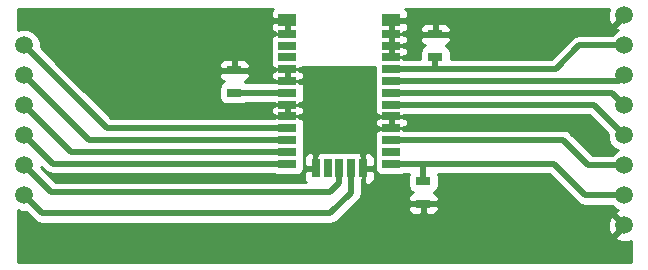
<source format=gtl>
G04 #@! TF.FileFunction,Copper,L1,Top,Signal*
%FSLAX46Y46*%
G04 Gerber Fmt 4.6, Leading zero omitted, Abs format (unit mm)*
G04 Created by KiCad (PCBNEW 4.0.7) date 01/22/18 17:36:01*
%MOMM*%
%LPD*%
G01*
G04 APERTURE LIST*
%ADD10C,0.100000*%
%ADD11R,1.297940X0.698500*%
%ADD12C,1.506220*%
%ADD13R,1.500000X0.700000*%
%ADD14R,1.500000X1.000000*%
%ADD15R,0.700000X1.500000*%
%ADD16C,0.500000*%
%ADD17C,0.254000*%
G04 APERTURE END LIST*
D10*
D11*
X156718000Y-103819960D03*
X156718000Y-101920040D03*
X155702000Y-114366040D03*
X155702000Y-116265960D03*
D12*
X121920000Y-102870000D03*
X121920000Y-105410000D03*
X121920000Y-107950000D03*
X121920000Y-110490000D03*
X121920000Y-113030000D03*
X121920000Y-115570000D03*
D11*
X139700000Y-106867960D03*
X139700000Y-104968040D03*
D13*
X152990000Y-112880000D03*
X152990000Y-111880000D03*
X152990000Y-110880000D03*
X152990000Y-109880000D03*
X152990000Y-108880000D03*
X152990000Y-107880000D03*
X152990000Y-106880000D03*
X152990000Y-105880000D03*
X152990000Y-104880000D03*
X152990000Y-103880000D03*
X152990000Y-102880000D03*
X152990000Y-101880000D03*
D14*
X152990000Y-100730000D03*
X144190000Y-100730000D03*
D13*
X144190000Y-101880000D03*
X144190000Y-102880000D03*
X144190000Y-103880000D03*
X144190000Y-104880000D03*
X144190000Y-105880000D03*
X144190000Y-106880000D03*
X144190000Y-107880000D03*
X144190000Y-108880000D03*
X144190000Y-109880000D03*
X144190000Y-110880000D03*
X144190000Y-111880000D03*
X144190000Y-112880000D03*
D15*
X146590000Y-113280000D03*
X147590000Y-113280000D03*
X148590000Y-113280000D03*
X149590000Y-113280000D03*
X150590000Y-113280000D03*
D12*
X172720000Y-100330000D03*
X172720000Y-102870000D03*
X172720000Y-105410000D03*
X172720000Y-107950000D03*
X172720000Y-110490000D03*
X172720000Y-113030000D03*
X172720000Y-115570000D03*
X172720000Y-118110000D03*
D16*
X156718000Y-103819960D02*
X156718000Y-104880000D01*
X156718000Y-104880000D02*
X156718000Y-104902000D01*
X156718000Y-104902000D02*
X156718000Y-104880000D01*
X152990000Y-104880000D02*
X156718000Y-104880000D01*
X156718000Y-104880000D02*
X166900000Y-104880000D01*
X168910000Y-102870000D02*
X172720000Y-102870000D01*
X166900000Y-104880000D02*
X168910000Y-102870000D01*
X155702000Y-114366040D02*
X155702000Y-112880000D01*
X155702000Y-112880000D02*
X155702000Y-113030000D01*
X155702000Y-113030000D02*
X155702000Y-112880000D01*
X172720000Y-115570000D02*
X169418000Y-115570000D01*
X166728000Y-112880000D02*
X155702000Y-112880000D01*
X155702000Y-112880000D02*
X152990000Y-112880000D01*
X169418000Y-115570000D02*
X166728000Y-112880000D01*
X144190000Y-111880000D02*
X125850000Y-111880000D01*
X125850000Y-111880000D02*
X121920000Y-107950000D01*
X144190000Y-112880000D02*
X124310000Y-112880000D01*
X124310000Y-112880000D02*
X121920000Y-110490000D01*
X152990000Y-107880000D02*
X170110000Y-107880000D01*
X170110000Y-107880000D02*
X172720000Y-110490000D01*
X152990000Y-110880000D02*
X167522000Y-110880000D01*
X169672000Y-113030000D02*
X172720000Y-113030000D01*
X167522000Y-110880000D02*
X169672000Y-113030000D01*
X144190000Y-109880000D02*
X128930000Y-109880000D01*
X128930000Y-109880000D02*
X121920000Y-102870000D01*
X144190000Y-110880000D02*
X127390000Y-110880000D01*
X127390000Y-110880000D02*
X121920000Y-105410000D01*
X149590000Y-113280000D02*
X149590000Y-115332000D01*
X123444000Y-117094000D02*
X121920000Y-115570000D01*
X147828000Y-117094000D02*
X123444000Y-117094000D01*
X149590000Y-115332000D02*
X147828000Y-117094000D01*
X152990000Y-106880000D02*
X171650000Y-106880000D01*
X171650000Y-106880000D02*
X172720000Y-107950000D01*
X148590000Y-113280000D02*
X148590000Y-114554000D01*
X124206000Y-115316000D02*
X121920000Y-113030000D01*
X147828000Y-115316000D02*
X124206000Y-115316000D01*
X148590000Y-114554000D02*
X147828000Y-115316000D01*
X152990000Y-105880000D02*
X172250000Y-105880000D01*
X172250000Y-105880000D02*
X172720000Y-105410000D01*
X144190000Y-106880000D02*
X139712040Y-106880000D01*
X139712040Y-106880000D02*
X139700000Y-106867960D01*
D17*
G36*
X142901673Y-99870302D02*
X142805000Y-100103691D01*
X142805000Y-100444250D01*
X142963750Y-100603000D01*
X144063000Y-100603000D01*
X144063000Y-100583000D01*
X144317000Y-100583000D01*
X144317000Y-100603000D01*
X144337000Y-100603000D01*
X144337000Y-100857000D01*
X144317000Y-100857000D01*
X144317000Y-101753000D01*
X144337000Y-101753000D01*
X144337000Y-101882560D01*
X143440000Y-101882560D01*
X143204683Y-101926838D01*
X143080108Y-102007000D01*
X142963750Y-102007000D01*
X142805000Y-102165750D01*
X142805000Y-102356309D01*
X142820269Y-102393171D01*
X142792560Y-102530000D01*
X142792560Y-103230000D01*
X142821821Y-103385507D01*
X142792560Y-103530000D01*
X142792560Y-104230000D01*
X142818919Y-104370087D01*
X142805000Y-104403691D01*
X142805000Y-104594250D01*
X142963750Y-104753000D01*
X143080640Y-104753000D01*
X143188110Y-104826431D01*
X143440000Y-104877440D01*
X144940000Y-104877440D01*
X145175317Y-104833162D01*
X145299892Y-104753000D01*
X145416250Y-104753000D01*
X145495850Y-104673400D01*
X151592560Y-104673400D01*
X151592560Y-105230000D01*
X151621821Y-105385507D01*
X151592560Y-105530000D01*
X151592560Y-106230000D01*
X151621821Y-106385507D01*
X151592560Y-106530000D01*
X151592560Y-107230000D01*
X151621821Y-107385507D01*
X151592560Y-107530000D01*
X151592560Y-108230000D01*
X151618919Y-108370087D01*
X151605000Y-108403691D01*
X151605000Y-108594250D01*
X151763750Y-108753000D01*
X151880640Y-108753000D01*
X151988110Y-108826431D01*
X152240000Y-108877440D01*
X153740000Y-108877440D01*
X153975317Y-108833162D01*
X154081244Y-108765000D01*
X169743420Y-108765000D01*
X171332008Y-110353587D01*
X171331649Y-110764901D01*
X171542531Y-111275274D01*
X171932672Y-111666096D01*
X172158743Y-111759969D01*
X171934726Y-111852531D01*
X171641746Y-112145000D01*
X170038579Y-112145000D01*
X168147790Y-110254210D01*
X168089256Y-110215099D01*
X167860675Y-110062367D01*
X167804484Y-110051190D01*
X167522000Y-109994999D01*
X167521995Y-109995000D01*
X154081797Y-109995000D01*
X153991890Y-109933569D01*
X153740000Y-109882560D01*
X152240000Y-109882560D01*
X152004683Y-109926838D01*
X151880108Y-110007000D01*
X151763750Y-110007000D01*
X151605000Y-110165750D01*
X151605000Y-110356309D01*
X151620269Y-110393171D01*
X151592560Y-110530000D01*
X151592560Y-111230000D01*
X151621821Y-111385507D01*
X151592560Y-111530000D01*
X151592560Y-112230000D01*
X151621821Y-112385507D01*
X151592560Y-112530000D01*
X151592560Y-113230000D01*
X151636838Y-113465317D01*
X151775910Y-113681441D01*
X151988110Y-113826431D01*
X152240000Y-113877440D01*
X153740000Y-113877440D01*
X153975317Y-113833162D01*
X154081244Y-113765000D01*
X154456579Y-113765000D01*
X154405590Y-114016790D01*
X154405590Y-114715290D01*
X154449868Y-114950607D01*
X154588940Y-115166731D01*
X154801140Y-115311721D01*
X154836822Y-115318947D01*
X154693331Y-115378383D01*
X154514703Y-115557012D01*
X154418030Y-115790401D01*
X154418030Y-115980210D01*
X154576780Y-116138960D01*
X155575000Y-116138960D01*
X155575000Y-116118960D01*
X155829000Y-116118960D01*
X155829000Y-116138960D01*
X156827220Y-116138960D01*
X156985970Y-115980210D01*
X156985970Y-115790401D01*
X156889297Y-115557012D01*
X156710669Y-115378383D01*
X156572325Y-115321079D01*
X156586287Y-115318452D01*
X156802411Y-115179380D01*
X156947401Y-114967180D01*
X156998410Y-114715290D01*
X156998410Y-114016790D01*
X156954132Y-113781473D01*
X156943532Y-113765000D01*
X166361420Y-113765000D01*
X168792208Y-116195787D01*
X168792210Y-116195790D01*
X169079325Y-116387633D01*
X169418000Y-116455000D01*
X171642083Y-116455000D01*
X171932672Y-116746096D01*
X172142880Y-116833382D01*
X171994207Y-116894965D01*
X171925834Y-117136228D01*
X172720000Y-117930395D01*
X172734142Y-117916252D01*
X172913748Y-118095858D01*
X172899605Y-118110000D01*
X172913748Y-118124143D01*
X172734142Y-118303748D01*
X172720000Y-118289605D01*
X171925834Y-119083772D01*
X171994207Y-119325035D01*
X172514428Y-119510296D01*
X173065946Y-119482373D01*
X173280000Y-119393709D01*
X173280000Y-121210000D01*
X121360000Y-121210000D01*
X121360000Y-116840491D01*
X121642676Y-116957869D01*
X122056651Y-116958230D01*
X122818208Y-117719787D01*
X122818210Y-117719790D01*
X123105325Y-117911633D01*
X123444000Y-117979000D01*
X147827995Y-117979000D01*
X147828000Y-117979001D01*
X148110484Y-117922810D01*
X148166675Y-117911633D01*
X148177458Y-117904428D01*
X171319704Y-117904428D01*
X171347627Y-118455946D01*
X171504965Y-118835793D01*
X171746228Y-118904166D01*
X172540395Y-118110000D01*
X171746228Y-117315834D01*
X171504965Y-117384207D01*
X171319704Y-117904428D01*
X148177458Y-117904428D01*
X148453790Y-117719790D01*
X148453791Y-117719789D01*
X149621869Y-116551710D01*
X154418030Y-116551710D01*
X154418030Y-116741519D01*
X154514703Y-116974908D01*
X154693331Y-117153537D01*
X154926720Y-117250210D01*
X155416250Y-117250210D01*
X155575000Y-117091460D01*
X155575000Y-116392960D01*
X155829000Y-116392960D01*
X155829000Y-117091460D01*
X155987750Y-117250210D01*
X156477280Y-117250210D01*
X156710669Y-117153537D01*
X156889297Y-116974908D01*
X156985970Y-116741519D01*
X156985970Y-116551710D01*
X156827220Y-116392960D01*
X155829000Y-116392960D01*
X155575000Y-116392960D01*
X154576780Y-116392960D01*
X154418030Y-116551710D01*
X149621869Y-116551710D01*
X150215787Y-115957792D01*
X150215790Y-115957790D01*
X150407633Y-115670675D01*
X150475000Y-115332000D01*
X150475000Y-114371797D01*
X150536431Y-114281890D01*
X150587440Y-114030000D01*
X150587440Y-113407000D01*
X150717000Y-113407000D01*
X150717000Y-114506250D01*
X150875750Y-114665000D01*
X151066309Y-114665000D01*
X151299698Y-114568327D01*
X151478327Y-114389699D01*
X151575000Y-114156310D01*
X151575000Y-113565750D01*
X151416250Y-113407000D01*
X150717000Y-113407000D01*
X150587440Y-113407000D01*
X150587440Y-112530000D01*
X150543162Y-112294683D01*
X150463000Y-112170108D01*
X150463000Y-112053750D01*
X150717000Y-112053750D01*
X150717000Y-113153000D01*
X151416250Y-113153000D01*
X151575000Y-112994250D01*
X151575000Y-112403690D01*
X151478327Y-112170301D01*
X151299698Y-111991673D01*
X151066309Y-111895000D01*
X150875750Y-111895000D01*
X150717000Y-112053750D01*
X150463000Y-112053750D01*
X150304250Y-111895000D01*
X150113691Y-111895000D01*
X150076829Y-111910269D01*
X149940000Y-111882560D01*
X149240000Y-111882560D01*
X149084493Y-111911821D01*
X148940000Y-111882560D01*
X148240000Y-111882560D01*
X148084493Y-111911821D01*
X147940000Y-111882560D01*
X147240000Y-111882560D01*
X147099913Y-111908919D01*
X147066309Y-111895000D01*
X146875750Y-111895000D01*
X146717000Y-112053750D01*
X146717000Y-112170640D01*
X146643569Y-112278110D01*
X146592560Y-112530000D01*
X146592560Y-113427000D01*
X146463000Y-113427000D01*
X146463000Y-113407000D01*
X145763750Y-113407000D01*
X145605000Y-113565750D01*
X145605000Y-114156310D01*
X145701673Y-114389699D01*
X145742974Y-114431000D01*
X124572579Y-114431000D01*
X123307992Y-113166412D01*
X123308024Y-113129603D01*
X123684208Y-113505787D01*
X123684210Y-113505790D01*
X123971325Y-113697633D01*
X124310000Y-113765000D01*
X143098203Y-113765000D01*
X143188110Y-113826431D01*
X143440000Y-113877440D01*
X144940000Y-113877440D01*
X145175317Y-113833162D01*
X145391441Y-113694090D01*
X145536431Y-113481890D01*
X145587440Y-113230000D01*
X145587440Y-112530000D01*
X145563673Y-112403690D01*
X145605000Y-112403690D01*
X145605000Y-112994250D01*
X145763750Y-113153000D01*
X146463000Y-113153000D01*
X146463000Y-112053750D01*
X146304250Y-111895000D01*
X146113691Y-111895000D01*
X145880302Y-111991673D01*
X145701673Y-112170301D01*
X145605000Y-112403690D01*
X145563673Y-112403690D01*
X145558179Y-112374493D01*
X145587440Y-112230000D01*
X145587440Y-111530000D01*
X145558179Y-111374493D01*
X145587440Y-111230000D01*
X145587440Y-110530000D01*
X145558179Y-110374493D01*
X145587440Y-110230000D01*
X145587440Y-109530000D01*
X145561081Y-109389913D01*
X145575000Y-109356309D01*
X145575000Y-109165750D01*
X151605000Y-109165750D01*
X151605000Y-109356309D01*
X151614813Y-109380000D01*
X151605000Y-109403691D01*
X151605000Y-109594250D01*
X151763750Y-109753000D01*
X151864974Y-109753000D01*
X151880301Y-109768327D01*
X152113690Y-109865000D01*
X152704250Y-109865000D01*
X152816250Y-109753000D01*
X152863000Y-109753000D01*
X152863000Y-109007000D01*
X153117000Y-109007000D01*
X153117000Y-109753000D01*
X153163750Y-109753000D01*
X153275750Y-109865000D01*
X153866310Y-109865000D01*
X154099699Y-109768327D01*
X154115026Y-109753000D01*
X154216250Y-109753000D01*
X154375000Y-109594250D01*
X154375000Y-109403691D01*
X154365187Y-109380000D01*
X154375000Y-109356309D01*
X154375000Y-109165750D01*
X154216250Y-109007000D01*
X154115026Y-109007000D01*
X154099699Y-108991673D01*
X153866310Y-108895000D01*
X153275750Y-108895000D01*
X153163750Y-109007000D01*
X153117000Y-109007000D01*
X152863000Y-109007000D01*
X152816250Y-109007000D01*
X152704250Y-108895000D01*
X152113690Y-108895000D01*
X151880301Y-108991673D01*
X151864974Y-109007000D01*
X151763750Y-109007000D01*
X151605000Y-109165750D01*
X145575000Y-109165750D01*
X145416250Y-109007000D01*
X145299360Y-109007000D01*
X145191890Y-108933569D01*
X144940000Y-108882560D01*
X143440000Y-108882560D01*
X143204683Y-108926838D01*
X143098756Y-108995000D01*
X129296579Y-108995000D01*
X128467330Y-108165750D01*
X142805000Y-108165750D01*
X142805000Y-108356309D01*
X142814813Y-108380000D01*
X142805000Y-108403691D01*
X142805000Y-108594250D01*
X142963750Y-108753000D01*
X143064974Y-108753000D01*
X143080301Y-108768327D01*
X143313690Y-108865000D01*
X143904250Y-108865000D01*
X144016250Y-108753000D01*
X144063000Y-108753000D01*
X144063000Y-108007000D01*
X144317000Y-108007000D01*
X144317000Y-108753000D01*
X144363750Y-108753000D01*
X144475750Y-108865000D01*
X145066310Y-108865000D01*
X145299699Y-108768327D01*
X145315026Y-108753000D01*
X145416250Y-108753000D01*
X145575000Y-108594250D01*
X145575000Y-108403691D01*
X145565187Y-108380000D01*
X145575000Y-108356309D01*
X145575000Y-108165750D01*
X145416250Y-108007000D01*
X145315026Y-108007000D01*
X145299699Y-107991673D01*
X145066310Y-107895000D01*
X144475750Y-107895000D01*
X144363750Y-108007000D01*
X144317000Y-108007000D01*
X144063000Y-108007000D01*
X144016250Y-108007000D01*
X143904250Y-107895000D01*
X143313690Y-107895000D01*
X143080301Y-107991673D01*
X143064974Y-108007000D01*
X142963750Y-108007000D01*
X142805000Y-108165750D01*
X128467330Y-108165750D01*
X126820290Y-106518710D01*
X138403590Y-106518710D01*
X138403590Y-107217210D01*
X138447868Y-107452527D01*
X138586940Y-107668651D01*
X138799140Y-107813641D01*
X139051030Y-107864650D01*
X140348970Y-107864650D01*
X140584287Y-107820372D01*
X140670338Y-107765000D01*
X143098203Y-107765000D01*
X143188110Y-107826431D01*
X143440000Y-107877440D01*
X144940000Y-107877440D01*
X145175317Y-107833162D01*
X145299892Y-107753000D01*
X145416250Y-107753000D01*
X145575000Y-107594250D01*
X145575000Y-107403691D01*
X145559731Y-107366829D01*
X145587440Y-107230000D01*
X145587440Y-106530000D01*
X145561081Y-106389913D01*
X145575000Y-106356309D01*
X145575000Y-106165750D01*
X145416250Y-106007000D01*
X145299360Y-106007000D01*
X145191890Y-105933569D01*
X144940000Y-105882560D01*
X143440000Y-105882560D01*
X143204683Y-105926838D01*
X143098756Y-105995000D01*
X140707291Y-105995000D01*
X140600860Y-105922279D01*
X140565178Y-105915053D01*
X140708669Y-105855617D01*
X140887297Y-105676988D01*
X140983970Y-105443599D01*
X140983970Y-105253790D01*
X140895930Y-105165750D01*
X142805000Y-105165750D01*
X142805000Y-105356309D01*
X142814813Y-105380000D01*
X142805000Y-105403691D01*
X142805000Y-105594250D01*
X142963750Y-105753000D01*
X143064974Y-105753000D01*
X143080301Y-105768327D01*
X143313690Y-105865000D01*
X143904250Y-105865000D01*
X144016250Y-105753000D01*
X144063000Y-105753000D01*
X144063000Y-105007000D01*
X144317000Y-105007000D01*
X144317000Y-105753000D01*
X144363750Y-105753000D01*
X144475750Y-105865000D01*
X145066310Y-105865000D01*
X145299699Y-105768327D01*
X145315026Y-105753000D01*
X145416250Y-105753000D01*
X145575000Y-105594250D01*
X145575000Y-105403691D01*
X145565187Y-105380000D01*
X145575000Y-105356309D01*
X145575000Y-105165750D01*
X145416250Y-105007000D01*
X145315026Y-105007000D01*
X145299699Y-104991673D01*
X145066310Y-104895000D01*
X144475750Y-104895000D01*
X144363750Y-105007000D01*
X144317000Y-105007000D01*
X144063000Y-105007000D01*
X144016250Y-105007000D01*
X143904250Y-104895000D01*
X143313690Y-104895000D01*
X143080301Y-104991673D01*
X143064974Y-105007000D01*
X142963750Y-105007000D01*
X142805000Y-105165750D01*
X140895930Y-105165750D01*
X140825220Y-105095040D01*
X139827000Y-105095040D01*
X139827000Y-105115040D01*
X139573000Y-105115040D01*
X139573000Y-105095040D01*
X138574780Y-105095040D01*
X138416030Y-105253790D01*
X138416030Y-105443599D01*
X138512703Y-105676988D01*
X138691331Y-105855617D01*
X138829675Y-105912921D01*
X138815713Y-105915548D01*
X138599589Y-106054620D01*
X138454599Y-106266820D01*
X138403590Y-106518710D01*
X126820290Y-106518710D01*
X124794061Y-104492481D01*
X138416030Y-104492481D01*
X138416030Y-104682290D01*
X138574780Y-104841040D01*
X139573000Y-104841040D01*
X139573000Y-104142540D01*
X139827000Y-104142540D01*
X139827000Y-104841040D01*
X140825220Y-104841040D01*
X140983970Y-104682290D01*
X140983970Y-104492481D01*
X140887297Y-104259092D01*
X140708669Y-104080463D01*
X140475280Y-103983790D01*
X139985750Y-103983790D01*
X139827000Y-104142540D01*
X139573000Y-104142540D01*
X139414250Y-103983790D01*
X138924720Y-103983790D01*
X138691331Y-104080463D01*
X138512703Y-104259092D01*
X138416030Y-104492481D01*
X124794061Y-104492481D01*
X123307992Y-103006412D01*
X123308351Y-102595099D01*
X123097469Y-102084726D01*
X122707328Y-101693904D01*
X122197324Y-101482131D01*
X121645099Y-101481649D01*
X121360000Y-101599450D01*
X121360000Y-101015750D01*
X142805000Y-101015750D01*
X142805000Y-101356309D01*
X142814813Y-101380000D01*
X142805000Y-101403691D01*
X142805000Y-101594250D01*
X142963750Y-101753000D01*
X143064974Y-101753000D01*
X143080301Y-101768327D01*
X143313690Y-101865000D01*
X143904250Y-101865000D01*
X144016250Y-101753000D01*
X144063000Y-101753000D01*
X144063000Y-100857000D01*
X142963750Y-100857000D01*
X142805000Y-101015750D01*
X121360000Y-101015750D01*
X121360000Y-99770000D01*
X143001974Y-99770000D01*
X142901673Y-99870302D01*
X142901673Y-99870302D01*
G37*
X142901673Y-99870302D02*
X142805000Y-100103691D01*
X142805000Y-100444250D01*
X142963750Y-100603000D01*
X144063000Y-100603000D01*
X144063000Y-100583000D01*
X144317000Y-100583000D01*
X144317000Y-100603000D01*
X144337000Y-100603000D01*
X144337000Y-100857000D01*
X144317000Y-100857000D01*
X144317000Y-101753000D01*
X144337000Y-101753000D01*
X144337000Y-101882560D01*
X143440000Y-101882560D01*
X143204683Y-101926838D01*
X143080108Y-102007000D01*
X142963750Y-102007000D01*
X142805000Y-102165750D01*
X142805000Y-102356309D01*
X142820269Y-102393171D01*
X142792560Y-102530000D01*
X142792560Y-103230000D01*
X142821821Y-103385507D01*
X142792560Y-103530000D01*
X142792560Y-104230000D01*
X142818919Y-104370087D01*
X142805000Y-104403691D01*
X142805000Y-104594250D01*
X142963750Y-104753000D01*
X143080640Y-104753000D01*
X143188110Y-104826431D01*
X143440000Y-104877440D01*
X144940000Y-104877440D01*
X145175317Y-104833162D01*
X145299892Y-104753000D01*
X145416250Y-104753000D01*
X145495850Y-104673400D01*
X151592560Y-104673400D01*
X151592560Y-105230000D01*
X151621821Y-105385507D01*
X151592560Y-105530000D01*
X151592560Y-106230000D01*
X151621821Y-106385507D01*
X151592560Y-106530000D01*
X151592560Y-107230000D01*
X151621821Y-107385507D01*
X151592560Y-107530000D01*
X151592560Y-108230000D01*
X151618919Y-108370087D01*
X151605000Y-108403691D01*
X151605000Y-108594250D01*
X151763750Y-108753000D01*
X151880640Y-108753000D01*
X151988110Y-108826431D01*
X152240000Y-108877440D01*
X153740000Y-108877440D01*
X153975317Y-108833162D01*
X154081244Y-108765000D01*
X169743420Y-108765000D01*
X171332008Y-110353587D01*
X171331649Y-110764901D01*
X171542531Y-111275274D01*
X171932672Y-111666096D01*
X172158743Y-111759969D01*
X171934726Y-111852531D01*
X171641746Y-112145000D01*
X170038579Y-112145000D01*
X168147790Y-110254210D01*
X168089256Y-110215099D01*
X167860675Y-110062367D01*
X167804484Y-110051190D01*
X167522000Y-109994999D01*
X167521995Y-109995000D01*
X154081797Y-109995000D01*
X153991890Y-109933569D01*
X153740000Y-109882560D01*
X152240000Y-109882560D01*
X152004683Y-109926838D01*
X151880108Y-110007000D01*
X151763750Y-110007000D01*
X151605000Y-110165750D01*
X151605000Y-110356309D01*
X151620269Y-110393171D01*
X151592560Y-110530000D01*
X151592560Y-111230000D01*
X151621821Y-111385507D01*
X151592560Y-111530000D01*
X151592560Y-112230000D01*
X151621821Y-112385507D01*
X151592560Y-112530000D01*
X151592560Y-113230000D01*
X151636838Y-113465317D01*
X151775910Y-113681441D01*
X151988110Y-113826431D01*
X152240000Y-113877440D01*
X153740000Y-113877440D01*
X153975317Y-113833162D01*
X154081244Y-113765000D01*
X154456579Y-113765000D01*
X154405590Y-114016790D01*
X154405590Y-114715290D01*
X154449868Y-114950607D01*
X154588940Y-115166731D01*
X154801140Y-115311721D01*
X154836822Y-115318947D01*
X154693331Y-115378383D01*
X154514703Y-115557012D01*
X154418030Y-115790401D01*
X154418030Y-115980210D01*
X154576780Y-116138960D01*
X155575000Y-116138960D01*
X155575000Y-116118960D01*
X155829000Y-116118960D01*
X155829000Y-116138960D01*
X156827220Y-116138960D01*
X156985970Y-115980210D01*
X156985970Y-115790401D01*
X156889297Y-115557012D01*
X156710669Y-115378383D01*
X156572325Y-115321079D01*
X156586287Y-115318452D01*
X156802411Y-115179380D01*
X156947401Y-114967180D01*
X156998410Y-114715290D01*
X156998410Y-114016790D01*
X156954132Y-113781473D01*
X156943532Y-113765000D01*
X166361420Y-113765000D01*
X168792208Y-116195787D01*
X168792210Y-116195790D01*
X169079325Y-116387633D01*
X169418000Y-116455000D01*
X171642083Y-116455000D01*
X171932672Y-116746096D01*
X172142880Y-116833382D01*
X171994207Y-116894965D01*
X171925834Y-117136228D01*
X172720000Y-117930395D01*
X172734142Y-117916252D01*
X172913748Y-118095858D01*
X172899605Y-118110000D01*
X172913748Y-118124143D01*
X172734142Y-118303748D01*
X172720000Y-118289605D01*
X171925834Y-119083772D01*
X171994207Y-119325035D01*
X172514428Y-119510296D01*
X173065946Y-119482373D01*
X173280000Y-119393709D01*
X173280000Y-121210000D01*
X121360000Y-121210000D01*
X121360000Y-116840491D01*
X121642676Y-116957869D01*
X122056651Y-116958230D01*
X122818208Y-117719787D01*
X122818210Y-117719790D01*
X123105325Y-117911633D01*
X123444000Y-117979000D01*
X147827995Y-117979000D01*
X147828000Y-117979001D01*
X148110484Y-117922810D01*
X148166675Y-117911633D01*
X148177458Y-117904428D01*
X171319704Y-117904428D01*
X171347627Y-118455946D01*
X171504965Y-118835793D01*
X171746228Y-118904166D01*
X172540395Y-118110000D01*
X171746228Y-117315834D01*
X171504965Y-117384207D01*
X171319704Y-117904428D01*
X148177458Y-117904428D01*
X148453790Y-117719790D01*
X148453791Y-117719789D01*
X149621869Y-116551710D01*
X154418030Y-116551710D01*
X154418030Y-116741519D01*
X154514703Y-116974908D01*
X154693331Y-117153537D01*
X154926720Y-117250210D01*
X155416250Y-117250210D01*
X155575000Y-117091460D01*
X155575000Y-116392960D01*
X155829000Y-116392960D01*
X155829000Y-117091460D01*
X155987750Y-117250210D01*
X156477280Y-117250210D01*
X156710669Y-117153537D01*
X156889297Y-116974908D01*
X156985970Y-116741519D01*
X156985970Y-116551710D01*
X156827220Y-116392960D01*
X155829000Y-116392960D01*
X155575000Y-116392960D01*
X154576780Y-116392960D01*
X154418030Y-116551710D01*
X149621869Y-116551710D01*
X150215787Y-115957792D01*
X150215790Y-115957790D01*
X150407633Y-115670675D01*
X150475000Y-115332000D01*
X150475000Y-114371797D01*
X150536431Y-114281890D01*
X150587440Y-114030000D01*
X150587440Y-113407000D01*
X150717000Y-113407000D01*
X150717000Y-114506250D01*
X150875750Y-114665000D01*
X151066309Y-114665000D01*
X151299698Y-114568327D01*
X151478327Y-114389699D01*
X151575000Y-114156310D01*
X151575000Y-113565750D01*
X151416250Y-113407000D01*
X150717000Y-113407000D01*
X150587440Y-113407000D01*
X150587440Y-112530000D01*
X150543162Y-112294683D01*
X150463000Y-112170108D01*
X150463000Y-112053750D01*
X150717000Y-112053750D01*
X150717000Y-113153000D01*
X151416250Y-113153000D01*
X151575000Y-112994250D01*
X151575000Y-112403690D01*
X151478327Y-112170301D01*
X151299698Y-111991673D01*
X151066309Y-111895000D01*
X150875750Y-111895000D01*
X150717000Y-112053750D01*
X150463000Y-112053750D01*
X150304250Y-111895000D01*
X150113691Y-111895000D01*
X150076829Y-111910269D01*
X149940000Y-111882560D01*
X149240000Y-111882560D01*
X149084493Y-111911821D01*
X148940000Y-111882560D01*
X148240000Y-111882560D01*
X148084493Y-111911821D01*
X147940000Y-111882560D01*
X147240000Y-111882560D01*
X147099913Y-111908919D01*
X147066309Y-111895000D01*
X146875750Y-111895000D01*
X146717000Y-112053750D01*
X146717000Y-112170640D01*
X146643569Y-112278110D01*
X146592560Y-112530000D01*
X146592560Y-113427000D01*
X146463000Y-113427000D01*
X146463000Y-113407000D01*
X145763750Y-113407000D01*
X145605000Y-113565750D01*
X145605000Y-114156310D01*
X145701673Y-114389699D01*
X145742974Y-114431000D01*
X124572579Y-114431000D01*
X123307992Y-113166412D01*
X123308024Y-113129603D01*
X123684208Y-113505787D01*
X123684210Y-113505790D01*
X123971325Y-113697633D01*
X124310000Y-113765000D01*
X143098203Y-113765000D01*
X143188110Y-113826431D01*
X143440000Y-113877440D01*
X144940000Y-113877440D01*
X145175317Y-113833162D01*
X145391441Y-113694090D01*
X145536431Y-113481890D01*
X145587440Y-113230000D01*
X145587440Y-112530000D01*
X145563673Y-112403690D01*
X145605000Y-112403690D01*
X145605000Y-112994250D01*
X145763750Y-113153000D01*
X146463000Y-113153000D01*
X146463000Y-112053750D01*
X146304250Y-111895000D01*
X146113691Y-111895000D01*
X145880302Y-111991673D01*
X145701673Y-112170301D01*
X145605000Y-112403690D01*
X145563673Y-112403690D01*
X145558179Y-112374493D01*
X145587440Y-112230000D01*
X145587440Y-111530000D01*
X145558179Y-111374493D01*
X145587440Y-111230000D01*
X145587440Y-110530000D01*
X145558179Y-110374493D01*
X145587440Y-110230000D01*
X145587440Y-109530000D01*
X145561081Y-109389913D01*
X145575000Y-109356309D01*
X145575000Y-109165750D01*
X151605000Y-109165750D01*
X151605000Y-109356309D01*
X151614813Y-109380000D01*
X151605000Y-109403691D01*
X151605000Y-109594250D01*
X151763750Y-109753000D01*
X151864974Y-109753000D01*
X151880301Y-109768327D01*
X152113690Y-109865000D01*
X152704250Y-109865000D01*
X152816250Y-109753000D01*
X152863000Y-109753000D01*
X152863000Y-109007000D01*
X153117000Y-109007000D01*
X153117000Y-109753000D01*
X153163750Y-109753000D01*
X153275750Y-109865000D01*
X153866310Y-109865000D01*
X154099699Y-109768327D01*
X154115026Y-109753000D01*
X154216250Y-109753000D01*
X154375000Y-109594250D01*
X154375000Y-109403691D01*
X154365187Y-109380000D01*
X154375000Y-109356309D01*
X154375000Y-109165750D01*
X154216250Y-109007000D01*
X154115026Y-109007000D01*
X154099699Y-108991673D01*
X153866310Y-108895000D01*
X153275750Y-108895000D01*
X153163750Y-109007000D01*
X153117000Y-109007000D01*
X152863000Y-109007000D01*
X152816250Y-109007000D01*
X152704250Y-108895000D01*
X152113690Y-108895000D01*
X151880301Y-108991673D01*
X151864974Y-109007000D01*
X151763750Y-109007000D01*
X151605000Y-109165750D01*
X145575000Y-109165750D01*
X145416250Y-109007000D01*
X145299360Y-109007000D01*
X145191890Y-108933569D01*
X144940000Y-108882560D01*
X143440000Y-108882560D01*
X143204683Y-108926838D01*
X143098756Y-108995000D01*
X129296579Y-108995000D01*
X128467330Y-108165750D01*
X142805000Y-108165750D01*
X142805000Y-108356309D01*
X142814813Y-108380000D01*
X142805000Y-108403691D01*
X142805000Y-108594250D01*
X142963750Y-108753000D01*
X143064974Y-108753000D01*
X143080301Y-108768327D01*
X143313690Y-108865000D01*
X143904250Y-108865000D01*
X144016250Y-108753000D01*
X144063000Y-108753000D01*
X144063000Y-108007000D01*
X144317000Y-108007000D01*
X144317000Y-108753000D01*
X144363750Y-108753000D01*
X144475750Y-108865000D01*
X145066310Y-108865000D01*
X145299699Y-108768327D01*
X145315026Y-108753000D01*
X145416250Y-108753000D01*
X145575000Y-108594250D01*
X145575000Y-108403691D01*
X145565187Y-108380000D01*
X145575000Y-108356309D01*
X145575000Y-108165750D01*
X145416250Y-108007000D01*
X145315026Y-108007000D01*
X145299699Y-107991673D01*
X145066310Y-107895000D01*
X144475750Y-107895000D01*
X144363750Y-108007000D01*
X144317000Y-108007000D01*
X144063000Y-108007000D01*
X144016250Y-108007000D01*
X143904250Y-107895000D01*
X143313690Y-107895000D01*
X143080301Y-107991673D01*
X143064974Y-108007000D01*
X142963750Y-108007000D01*
X142805000Y-108165750D01*
X128467330Y-108165750D01*
X126820290Y-106518710D01*
X138403590Y-106518710D01*
X138403590Y-107217210D01*
X138447868Y-107452527D01*
X138586940Y-107668651D01*
X138799140Y-107813641D01*
X139051030Y-107864650D01*
X140348970Y-107864650D01*
X140584287Y-107820372D01*
X140670338Y-107765000D01*
X143098203Y-107765000D01*
X143188110Y-107826431D01*
X143440000Y-107877440D01*
X144940000Y-107877440D01*
X145175317Y-107833162D01*
X145299892Y-107753000D01*
X145416250Y-107753000D01*
X145575000Y-107594250D01*
X145575000Y-107403691D01*
X145559731Y-107366829D01*
X145587440Y-107230000D01*
X145587440Y-106530000D01*
X145561081Y-106389913D01*
X145575000Y-106356309D01*
X145575000Y-106165750D01*
X145416250Y-106007000D01*
X145299360Y-106007000D01*
X145191890Y-105933569D01*
X144940000Y-105882560D01*
X143440000Y-105882560D01*
X143204683Y-105926838D01*
X143098756Y-105995000D01*
X140707291Y-105995000D01*
X140600860Y-105922279D01*
X140565178Y-105915053D01*
X140708669Y-105855617D01*
X140887297Y-105676988D01*
X140983970Y-105443599D01*
X140983970Y-105253790D01*
X140895930Y-105165750D01*
X142805000Y-105165750D01*
X142805000Y-105356309D01*
X142814813Y-105380000D01*
X142805000Y-105403691D01*
X142805000Y-105594250D01*
X142963750Y-105753000D01*
X143064974Y-105753000D01*
X143080301Y-105768327D01*
X143313690Y-105865000D01*
X143904250Y-105865000D01*
X144016250Y-105753000D01*
X144063000Y-105753000D01*
X144063000Y-105007000D01*
X144317000Y-105007000D01*
X144317000Y-105753000D01*
X144363750Y-105753000D01*
X144475750Y-105865000D01*
X145066310Y-105865000D01*
X145299699Y-105768327D01*
X145315026Y-105753000D01*
X145416250Y-105753000D01*
X145575000Y-105594250D01*
X145575000Y-105403691D01*
X145565187Y-105380000D01*
X145575000Y-105356309D01*
X145575000Y-105165750D01*
X145416250Y-105007000D01*
X145315026Y-105007000D01*
X145299699Y-104991673D01*
X145066310Y-104895000D01*
X144475750Y-104895000D01*
X144363750Y-105007000D01*
X144317000Y-105007000D01*
X144063000Y-105007000D01*
X144016250Y-105007000D01*
X143904250Y-104895000D01*
X143313690Y-104895000D01*
X143080301Y-104991673D01*
X143064974Y-105007000D01*
X142963750Y-105007000D01*
X142805000Y-105165750D01*
X140895930Y-105165750D01*
X140825220Y-105095040D01*
X139827000Y-105095040D01*
X139827000Y-105115040D01*
X139573000Y-105115040D01*
X139573000Y-105095040D01*
X138574780Y-105095040D01*
X138416030Y-105253790D01*
X138416030Y-105443599D01*
X138512703Y-105676988D01*
X138691331Y-105855617D01*
X138829675Y-105912921D01*
X138815713Y-105915548D01*
X138599589Y-106054620D01*
X138454599Y-106266820D01*
X138403590Y-106518710D01*
X126820290Y-106518710D01*
X124794061Y-104492481D01*
X138416030Y-104492481D01*
X138416030Y-104682290D01*
X138574780Y-104841040D01*
X139573000Y-104841040D01*
X139573000Y-104142540D01*
X139827000Y-104142540D01*
X139827000Y-104841040D01*
X140825220Y-104841040D01*
X140983970Y-104682290D01*
X140983970Y-104492481D01*
X140887297Y-104259092D01*
X140708669Y-104080463D01*
X140475280Y-103983790D01*
X139985750Y-103983790D01*
X139827000Y-104142540D01*
X139573000Y-104142540D01*
X139414250Y-103983790D01*
X138924720Y-103983790D01*
X138691331Y-104080463D01*
X138512703Y-104259092D01*
X138416030Y-104492481D01*
X124794061Y-104492481D01*
X123307992Y-103006412D01*
X123308351Y-102595099D01*
X123097469Y-102084726D01*
X122707328Y-101693904D01*
X122197324Y-101482131D01*
X121645099Y-101481649D01*
X121360000Y-101599450D01*
X121360000Y-101015750D01*
X142805000Y-101015750D01*
X142805000Y-101356309D01*
X142814813Y-101380000D01*
X142805000Y-101403691D01*
X142805000Y-101594250D01*
X142963750Y-101753000D01*
X143064974Y-101753000D01*
X143080301Y-101768327D01*
X143313690Y-101865000D01*
X143904250Y-101865000D01*
X144016250Y-101753000D01*
X144063000Y-101753000D01*
X144063000Y-100857000D01*
X142963750Y-100857000D01*
X142805000Y-101015750D01*
X121360000Y-101015750D01*
X121360000Y-99770000D01*
X143001974Y-99770000D01*
X142901673Y-99870302D01*
G36*
X171319704Y-100124428D02*
X171347627Y-100675946D01*
X171504965Y-101055793D01*
X171746228Y-101124166D01*
X172540395Y-100330000D01*
X172526252Y-100315858D01*
X172705858Y-100136253D01*
X172720000Y-100150395D01*
X172734143Y-100136253D01*
X172913748Y-100315858D01*
X172899605Y-100330000D01*
X172913748Y-100344143D01*
X172734142Y-100523748D01*
X172720000Y-100509605D01*
X171925834Y-101303772D01*
X171994207Y-101545035D01*
X172153985Y-101601935D01*
X171934726Y-101692531D01*
X171641746Y-101985000D01*
X168910005Y-101985000D01*
X168910000Y-101984999D01*
X168598105Y-102047040D01*
X168571325Y-102052367D01*
X168284210Y-102244210D01*
X168284208Y-102244213D01*
X166533420Y-103995000D01*
X158014410Y-103995000D01*
X158014410Y-103470710D01*
X157970132Y-103235393D01*
X157831060Y-103019269D01*
X157618860Y-102874279D01*
X157583178Y-102867053D01*
X157726669Y-102807617D01*
X157905297Y-102628988D01*
X158001970Y-102395599D01*
X158001970Y-102205790D01*
X157843220Y-102047040D01*
X156845000Y-102047040D01*
X156845000Y-102067040D01*
X156591000Y-102067040D01*
X156591000Y-102047040D01*
X155592780Y-102047040D01*
X155434030Y-102205790D01*
X155434030Y-102395599D01*
X155530703Y-102628988D01*
X155709331Y-102807617D01*
X155847675Y-102864921D01*
X155833713Y-102867548D01*
X155617589Y-103006620D01*
X155472599Y-103218820D01*
X155421590Y-103470710D01*
X155421590Y-103995000D01*
X154081797Y-103995000D01*
X153991890Y-103933569D01*
X153740000Y-103882560D01*
X152843000Y-103882560D01*
X152843000Y-103753000D01*
X152863000Y-103753000D01*
X152863000Y-103007000D01*
X153117000Y-103007000D01*
X153117000Y-103753000D01*
X153163750Y-103753000D01*
X153275750Y-103865000D01*
X153866310Y-103865000D01*
X154099699Y-103768327D01*
X154115026Y-103753000D01*
X154216250Y-103753000D01*
X154375000Y-103594250D01*
X154375000Y-103403691D01*
X154365187Y-103380000D01*
X154375000Y-103356309D01*
X154375000Y-103165750D01*
X154216250Y-103007000D01*
X154115026Y-103007000D01*
X154099699Y-102991673D01*
X153866310Y-102895000D01*
X153275750Y-102895000D01*
X153163750Y-103007000D01*
X153117000Y-103007000D01*
X152863000Y-103007000D01*
X152843000Y-103007000D01*
X152843000Y-102753000D01*
X152863000Y-102753000D01*
X152863000Y-102007000D01*
X153117000Y-102007000D01*
X153117000Y-102753000D01*
X153163750Y-102753000D01*
X153275750Y-102865000D01*
X153866310Y-102865000D01*
X154099699Y-102768327D01*
X154115026Y-102753000D01*
X154216250Y-102753000D01*
X154375000Y-102594250D01*
X154375000Y-102403691D01*
X154365187Y-102380000D01*
X154375000Y-102356309D01*
X154375000Y-102165750D01*
X154216250Y-102007000D01*
X154115026Y-102007000D01*
X154099699Y-101991673D01*
X153866310Y-101895000D01*
X153275750Y-101895000D01*
X153163750Y-102007000D01*
X153117000Y-102007000D01*
X152863000Y-102007000D01*
X152843000Y-102007000D01*
X152843000Y-101753000D01*
X152863000Y-101753000D01*
X152863000Y-100857000D01*
X153117000Y-100857000D01*
X153117000Y-101753000D01*
X153163750Y-101753000D01*
X153275750Y-101865000D01*
X153866310Y-101865000D01*
X154099699Y-101768327D01*
X154115026Y-101753000D01*
X154216250Y-101753000D01*
X154375000Y-101594250D01*
X154375000Y-101444481D01*
X155434030Y-101444481D01*
X155434030Y-101634290D01*
X155592780Y-101793040D01*
X156591000Y-101793040D01*
X156591000Y-101094540D01*
X156845000Y-101094540D01*
X156845000Y-101793040D01*
X157843220Y-101793040D01*
X158001970Y-101634290D01*
X158001970Y-101444481D01*
X157905297Y-101211092D01*
X157726669Y-101032463D01*
X157493280Y-100935790D01*
X157003750Y-100935790D01*
X156845000Y-101094540D01*
X156591000Y-101094540D01*
X156432250Y-100935790D01*
X155942720Y-100935790D01*
X155709331Y-101032463D01*
X155530703Y-101211092D01*
X155434030Y-101444481D01*
X154375000Y-101444481D01*
X154375000Y-101403691D01*
X154365187Y-101380000D01*
X154375000Y-101356309D01*
X154375000Y-101015750D01*
X154216250Y-100857000D01*
X153117000Y-100857000D01*
X152863000Y-100857000D01*
X152843000Y-100857000D01*
X152843000Y-100603000D01*
X152863000Y-100603000D01*
X152863000Y-100583000D01*
X153117000Y-100583000D01*
X153117000Y-100603000D01*
X154216250Y-100603000D01*
X154375000Y-100444250D01*
X154375000Y-100103691D01*
X154278327Y-99870302D01*
X154178026Y-99770000D01*
X171445923Y-99770000D01*
X171319704Y-100124428D01*
X171319704Y-100124428D01*
G37*
X171319704Y-100124428D02*
X171347627Y-100675946D01*
X171504965Y-101055793D01*
X171746228Y-101124166D01*
X172540395Y-100330000D01*
X172526252Y-100315858D01*
X172705858Y-100136253D01*
X172720000Y-100150395D01*
X172734143Y-100136253D01*
X172913748Y-100315858D01*
X172899605Y-100330000D01*
X172913748Y-100344143D01*
X172734142Y-100523748D01*
X172720000Y-100509605D01*
X171925834Y-101303772D01*
X171994207Y-101545035D01*
X172153985Y-101601935D01*
X171934726Y-101692531D01*
X171641746Y-101985000D01*
X168910005Y-101985000D01*
X168910000Y-101984999D01*
X168598105Y-102047040D01*
X168571325Y-102052367D01*
X168284210Y-102244210D01*
X168284208Y-102244213D01*
X166533420Y-103995000D01*
X158014410Y-103995000D01*
X158014410Y-103470710D01*
X157970132Y-103235393D01*
X157831060Y-103019269D01*
X157618860Y-102874279D01*
X157583178Y-102867053D01*
X157726669Y-102807617D01*
X157905297Y-102628988D01*
X158001970Y-102395599D01*
X158001970Y-102205790D01*
X157843220Y-102047040D01*
X156845000Y-102047040D01*
X156845000Y-102067040D01*
X156591000Y-102067040D01*
X156591000Y-102047040D01*
X155592780Y-102047040D01*
X155434030Y-102205790D01*
X155434030Y-102395599D01*
X155530703Y-102628988D01*
X155709331Y-102807617D01*
X155847675Y-102864921D01*
X155833713Y-102867548D01*
X155617589Y-103006620D01*
X155472599Y-103218820D01*
X155421590Y-103470710D01*
X155421590Y-103995000D01*
X154081797Y-103995000D01*
X153991890Y-103933569D01*
X153740000Y-103882560D01*
X152843000Y-103882560D01*
X152843000Y-103753000D01*
X152863000Y-103753000D01*
X152863000Y-103007000D01*
X153117000Y-103007000D01*
X153117000Y-103753000D01*
X153163750Y-103753000D01*
X153275750Y-103865000D01*
X153866310Y-103865000D01*
X154099699Y-103768327D01*
X154115026Y-103753000D01*
X154216250Y-103753000D01*
X154375000Y-103594250D01*
X154375000Y-103403691D01*
X154365187Y-103380000D01*
X154375000Y-103356309D01*
X154375000Y-103165750D01*
X154216250Y-103007000D01*
X154115026Y-103007000D01*
X154099699Y-102991673D01*
X153866310Y-102895000D01*
X153275750Y-102895000D01*
X153163750Y-103007000D01*
X153117000Y-103007000D01*
X152863000Y-103007000D01*
X152843000Y-103007000D01*
X152843000Y-102753000D01*
X152863000Y-102753000D01*
X152863000Y-102007000D01*
X153117000Y-102007000D01*
X153117000Y-102753000D01*
X153163750Y-102753000D01*
X153275750Y-102865000D01*
X153866310Y-102865000D01*
X154099699Y-102768327D01*
X154115026Y-102753000D01*
X154216250Y-102753000D01*
X154375000Y-102594250D01*
X154375000Y-102403691D01*
X154365187Y-102380000D01*
X154375000Y-102356309D01*
X154375000Y-102165750D01*
X154216250Y-102007000D01*
X154115026Y-102007000D01*
X154099699Y-101991673D01*
X153866310Y-101895000D01*
X153275750Y-101895000D01*
X153163750Y-102007000D01*
X153117000Y-102007000D01*
X152863000Y-102007000D01*
X152843000Y-102007000D01*
X152843000Y-101753000D01*
X152863000Y-101753000D01*
X152863000Y-100857000D01*
X153117000Y-100857000D01*
X153117000Y-101753000D01*
X153163750Y-101753000D01*
X153275750Y-101865000D01*
X153866310Y-101865000D01*
X154099699Y-101768327D01*
X154115026Y-101753000D01*
X154216250Y-101753000D01*
X154375000Y-101594250D01*
X154375000Y-101444481D01*
X155434030Y-101444481D01*
X155434030Y-101634290D01*
X155592780Y-101793040D01*
X156591000Y-101793040D01*
X156591000Y-101094540D01*
X156845000Y-101094540D01*
X156845000Y-101793040D01*
X157843220Y-101793040D01*
X158001970Y-101634290D01*
X158001970Y-101444481D01*
X157905297Y-101211092D01*
X157726669Y-101032463D01*
X157493280Y-100935790D01*
X157003750Y-100935790D01*
X156845000Y-101094540D01*
X156591000Y-101094540D01*
X156432250Y-100935790D01*
X155942720Y-100935790D01*
X155709331Y-101032463D01*
X155530703Y-101211092D01*
X155434030Y-101444481D01*
X154375000Y-101444481D01*
X154375000Y-101403691D01*
X154365187Y-101380000D01*
X154375000Y-101356309D01*
X154375000Y-101015750D01*
X154216250Y-100857000D01*
X153117000Y-100857000D01*
X152863000Y-100857000D01*
X152843000Y-100857000D01*
X152843000Y-100603000D01*
X152863000Y-100603000D01*
X152863000Y-100583000D01*
X153117000Y-100583000D01*
X153117000Y-100603000D01*
X154216250Y-100603000D01*
X154375000Y-100444250D01*
X154375000Y-100103691D01*
X154278327Y-99870302D01*
X154178026Y-99770000D01*
X171445923Y-99770000D01*
X171319704Y-100124428D01*
M02*

</source>
